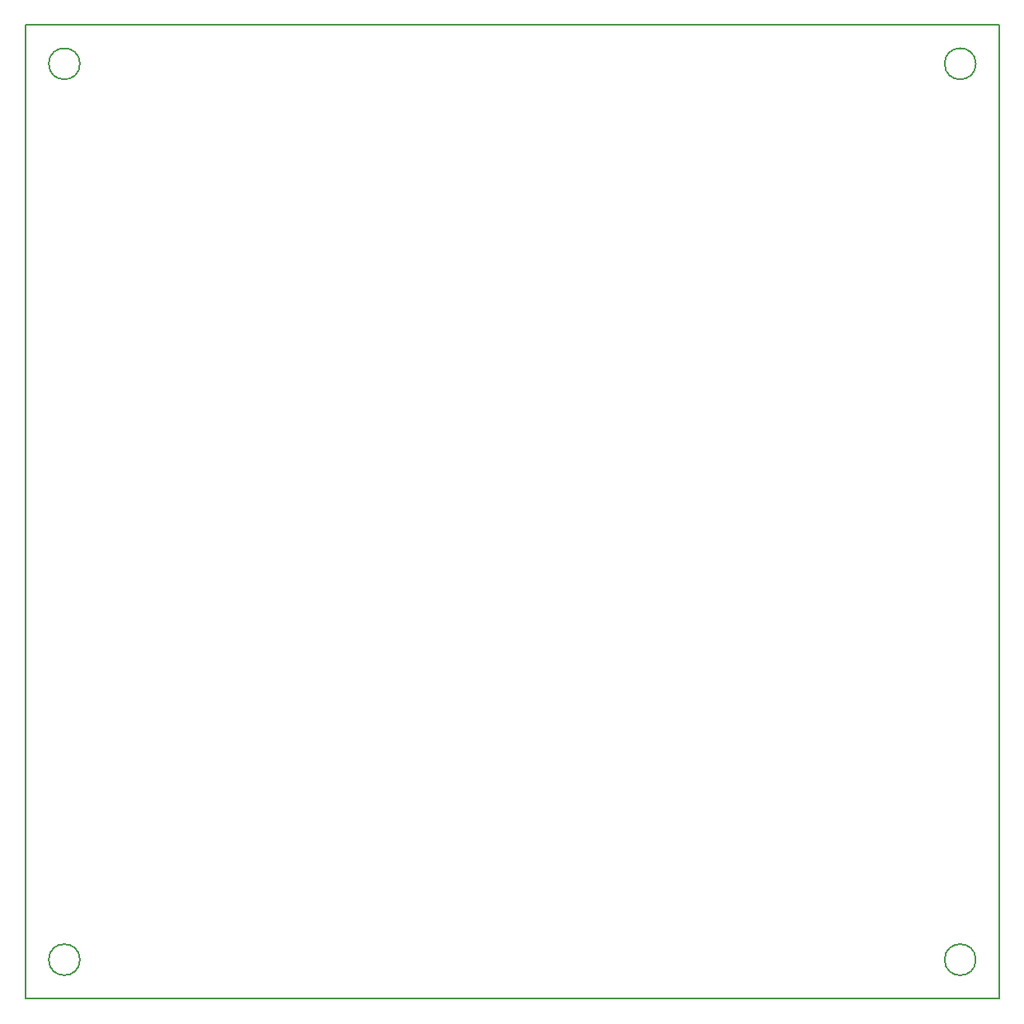
<source format=gbr>
%TF.GenerationSoftware,KiCad,Pcbnew,8.0.7*%
%TF.CreationDate,2025-07-18T12:07:21-04:00*%
%TF.ProjectId,Amplifier_board,416d706c-6966-4696-9572-5f626f617264,rev?*%
%TF.SameCoordinates,Original*%
%TF.FileFunction,Profile,NP*%
%FSLAX46Y46*%
G04 Gerber Fmt 4.6, Leading zero omitted, Abs format (unit mm)*
G04 Created by KiCad (PCBNEW 8.0.7) date 2025-07-18 12:07:21*
%MOMM*%
%LPD*%
G01*
G04 APERTURE LIST*
%TA.AperFunction,Profile*%
%ADD10C,0.200000*%
%TD*%
G04 APERTURE END LIST*
D10*
X172100000Y-135500000D02*
G75*
G02*
X168900000Y-135500000I-1600000J0D01*
G01*
X168900000Y-135500000D02*
G75*
G02*
X172100000Y-135500000I1600000J0D01*
G01*
X74500000Y-39500000D02*
X174500000Y-39500000D01*
X174500000Y-139500000D01*
X74500000Y-139500000D01*
X74500000Y-39500000D01*
X80100000Y-135500000D02*
G75*
G02*
X76900000Y-135500000I-1600000J0D01*
G01*
X76900000Y-135500000D02*
G75*
G02*
X80100000Y-135500000I1600000J0D01*
G01*
X172100000Y-43500000D02*
G75*
G02*
X168900000Y-43500000I-1600000J0D01*
G01*
X168900000Y-43500000D02*
G75*
G02*
X172100000Y-43500000I1600000J0D01*
G01*
X80100000Y-43500000D02*
G75*
G02*
X76900000Y-43500000I-1600000J0D01*
G01*
X76900000Y-43500000D02*
G75*
G02*
X80100000Y-43500000I1600000J0D01*
G01*
M02*

</source>
